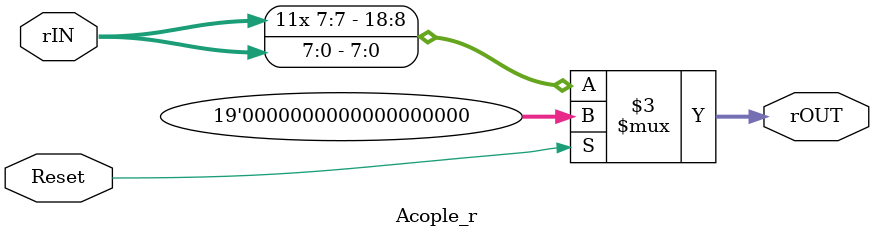
<source format=v>
`timescale 1ns / 1ps

module Acople_r #(parameter W = 19)(
    input Reset,
    input [7:0] rIN,
    output reg [W-1:0] rOUT
    );

	always @* begin
		if(Reset)
			rOUT <= 19'b0;
		else
			rOUT <= {{11{rIN[7]}}, rIN};
	end

endmodule

</source>
